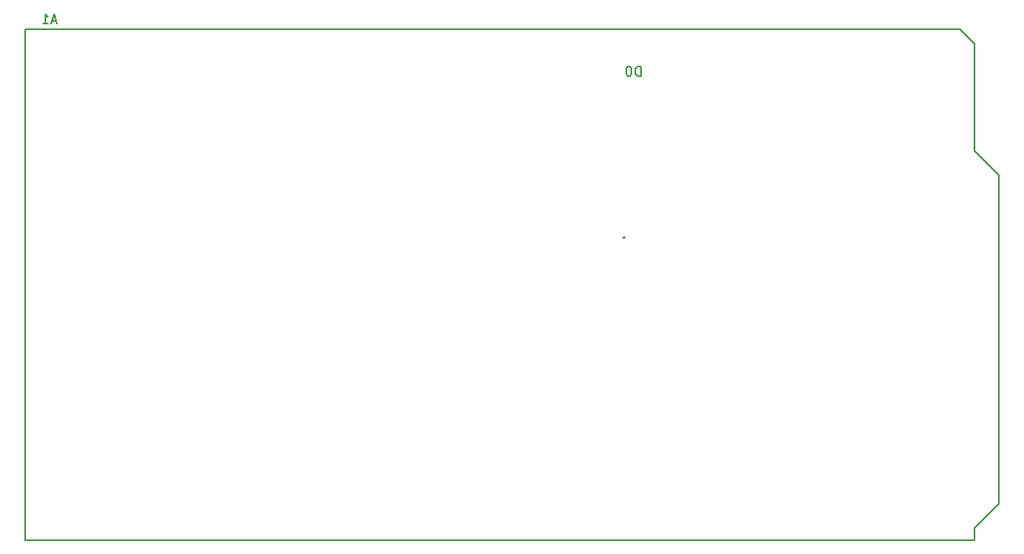
<source format=gbr>
%TF.GenerationSoftware,KiCad,Pcbnew,9.0.6*%
%TF.CreationDate,2025-12-06T00:52:23+00:00*%
%TF.ProjectId,DT,44542e6b-6963-4616-945f-706362585858,rev?*%
%TF.SameCoordinates,Original*%
%TF.FileFunction,Legend,Bot*%
%TF.FilePolarity,Positive*%
%FSLAX46Y46*%
G04 Gerber Fmt 4.6, Leading zero omitted, Abs format (unit mm)*
G04 Created by KiCad (PCBNEW 9.0.6) date 2025-12-06 00:52:23*
%MOMM*%
%LPD*%
G01*
G04 APERTURE LIST*
%ADD10C,0.150000*%
G04 APERTURE END LIST*
D10*
X-372395714Y-81083104D02*
X-372871904Y-81083104D01*
X-372300476Y-81368819D02*
X-372633809Y-80368819D01*
X-372633809Y-80368819D02*
X-372967142Y-81368819D01*
X-373824285Y-81368819D02*
X-373252857Y-81368819D01*
X-373538571Y-81368819D02*
X-373538571Y-80368819D01*
X-373538571Y-80368819D02*
X-373443333Y-80511676D01*
X-373443333Y-80511676D02*
X-373348095Y-80606914D01*
X-373348095Y-80606914D02*
X-373252857Y-80654533D01*
X-311411905Y-86829819D02*
X-311411905Y-85829819D01*
X-311411905Y-85829819D02*
X-311650000Y-85829819D01*
X-311650000Y-85829819D02*
X-311792857Y-85877438D01*
X-311792857Y-85877438D02*
X-311888095Y-85972676D01*
X-311888095Y-85972676D02*
X-311935714Y-86067914D01*
X-311935714Y-86067914D02*
X-311983333Y-86258390D01*
X-311983333Y-86258390D02*
X-311983333Y-86401247D01*
X-311983333Y-86401247D02*
X-311935714Y-86591723D01*
X-311935714Y-86591723D02*
X-311888095Y-86686961D01*
X-311888095Y-86686961D02*
X-311792857Y-86782200D01*
X-311792857Y-86782200D02*
X-311650000Y-86829819D01*
X-311650000Y-86829819D02*
X-311411905Y-86829819D01*
X-312602381Y-85829819D02*
X-312697619Y-85829819D01*
X-312697619Y-85829819D02*
X-312792857Y-85877438D01*
X-312792857Y-85877438D02*
X-312840476Y-85925057D01*
X-312840476Y-85925057D02*
X-312888095Y-86020295D01*
X-312888095Y-86020295D02*
X-312935714Y-86210771D01*
X-312935714Y-86210771D02*
X-312935714Y-86448866D01*
X-312935714Y-86448866D02*
X-312888095Y-86639342D01*
X-312888095Y-86639342D02*
X-312840476Y-86734580D01*
X-312840476Y-86734580D02*
X-312792857Y-86782200D01*
X-312792857Y-86782200D02*
X-312697619Y-86829819D01*
X-312697619Y-86829819D02*
X-312602381Y-86829819D01*
X-312602381Y-86829819D02*
X-312507143Y-86782200D01*
X-312507143Y-86782200D02*
X-312459524Y-86734580D01*
X-312459524Y-86734580D02*
X-312411905Y-86639342D01*
X-312411905Y-86639342D02*
X-312364286Y-86448866D01*
X-312364286Y-86448866D02*
X-312364286Y-86210771D01*
X-312364286Y-86210771D02*
X-312411905Y-86020295D01*
X-312411905Y-86020295D02*
X-312459524Y-85925057D01*
X-312459524Y-85925057D02*
X-312507143Y-85877438D01*
X-312507143Y-85877438D02*
X-312602381Y-85829819D01*
X-313165999Y-103625580D02*
X-313118380Y-103673200D01*
X-313118380Y-103673200D02*
X-313165999Y-103720819D01*
X-313165999Y-103720819D02*
X-313213618Y-103673200D01*
X-313213618Y-103673200D02*
X-313165999Y-103625580D01*
X-313165999Y-103625580D02*
X-313165999Y-103720819D01*
%TO.C,A1*%
X-375650000Y-81930000D02*
X-375650000Y-135270000D01*
X-375650000Y-81930000D02*
X-278114000Y-81930000D01*
X-375650000Y-135270000D02*
X-276590000Y-135270000D01*
X-278114000Y-81930000D02*
X-276590000Y-83454000D01*
X-276590000Y-94630000D02*
X-276590000Y-83454000D01*
X-276590000Y-134000000D02*
X-274050000Y-131460000D01*
X-276590000Y-135270000D02*
X-276590000Y-134000000D01*
X-274050000Y-97170000D02*
X-276590000Y-94630000D01*
X-274050000Y-131460000D02*
X-274050000Y-97170000D01*
%TD*%
M02*

</source>
